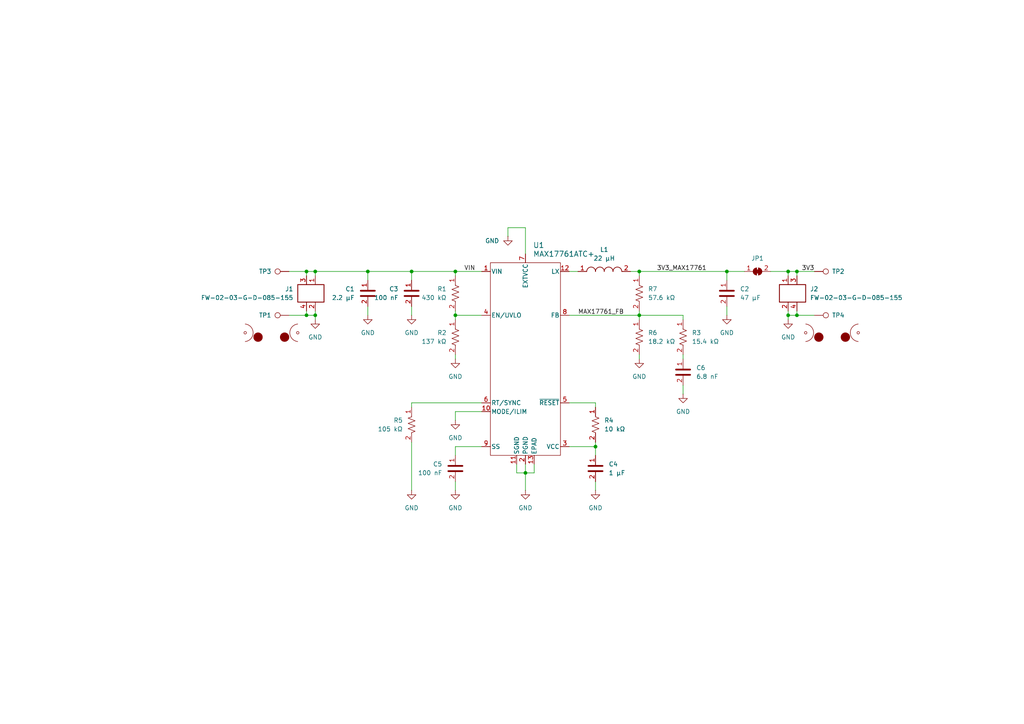
<source format=kicad_sch>
(kicad_sch (version 20231120) (generator "eeschema") (generator_version "8.0")
  (paper "A4")
  (lib_symbols
    (symbol "UNITED_CAPACITORS_DATA_BASE:C_AC0402KRX7R9BB682" (pin_names (offset 0.254))
      (property "Reference" "C" (at 0 5.08 0))
      (property "Value" "6.8 nF" (at 0 -5.08 0))
      (symbol "C_AC0402KRX7R9BB682_0_1"
        (polyline (pts (xy -0.762 -2.032) (xy -0.762 2.032)) (stroke (width 0.508)))
        (polyline (pts (xy 0.762 -2.032) (xy 0.762 2.032)) (stroke (width 0.508)))
      )
      (symbol "C_AC0402KRX7R9BB682_1_1"
        (pin unspecified line (at -3.81 0 0) (length 2.8) (name "") (number "1"))
        (pin unspecified line (at 3.81 0 180) (length 2.8) (name "") (number "2"))
      )
    )
    (symbol "UNITED_CAPACITORS_DATA_BASE:C_C1005X6S1C105K050BC" (pin_names (offset 0.254))
      (property "Reference" "C" (at 0 5.08 0))
      (property "Value" "1 µF" (at 0 -5.08 0))
      (symbol "C_C1005X6S1C105K050BC_0_1"
        (polyline (pts (xy -0.762 -2.032) (xy -0.762 2.032)) (stroke (width 0.508)))
        (polyline (pts (xy 0.762 -2.032) (xy 0.762 2.032)) (stroke (width 0.508)))
      )
      (symbol "C_C1005X6S1C105K050BC_1_1"
        (pin unspecified line (at -3.81 0 0) (length 2.8) (name "") (number "1"))
        (pin unspecified line (at 3.81 0 180) (length 2.8) (name "") (number "2"))
      )
    )
    (symbol "UNITED_CAPACITORS_DATA_BASE:C_GCM155R71H104KE02D" (pin_names (offset 0.254))
      (property "Reference" "C" (at 0 5.08 0))
      (property "Value" "100 nF" (at 0 -5.08 0))
      (symbol "C_GCM155R71H104KE02D_0_1"
        (polyline (pts (xy -0.762 -2.032) (xy -0.762 2.032)) (stroke (width 0.508)))
        (polyline (pts (xy 0.762 -2.032) (xy 0.762 2.032)) (stroke (width 0.508)))
      )
      (symbol "C_GCM155R71H104KE02D_1_1"
        (pin unspecified line (at -3.81 0 0) (length 2.8) (name "") (number "1"))
        (pin unspecified line (at 3.81 0 180) (length 2.8) (name "") (number "2"))
      )
    )
    (symbol "UNITED_CAPACITORS_DATA_BASE:C_GRM32ER71A476KE15L" (pin_names (offset 0.254))
      (property "Reference" "C" (at 0 5.08 0))
      (property "Value" "47 µF" (at 0 -5.08 0))
      (symbol "C_GRM32ER71A476KE15L_0_1"
        (polyline (pts (xy -0.762 -2.032) (xy -0.762 2.032)) (stroke (width 0.508)))
        (polyline (pts (xy 0.762 -2.032) (xy 0.762 2.032)) (stroke (width 0.508)))
      )
      (symbol "C_GRM32ER71A476KE15L_1_1"
        (pin unspecified line (at -3.81 0 0) (length 2.8) (name "") (number "1"))
        (pin unspecified line (at 3.81 0 180) (length 2.8) (name "") (number "2"))
      )
    )
    (symbol "UNITED_CAPACITORS_DATA_BASE:C_KGM31HR71H225KU" (pin_names (offset 0.254))
      (property "Reference" "C" (at 0 5.08 0))
      (property "Value" "2.2 µF" (at 0 -5.08 0))
      (symbol "C_KGM31HR71H225KU_0_1"
        (polyline (pts (xy -0.762 -2.032) (xy -0.762 2.032)) (stroke (width 0.508)))
        (polyline (pts (xy 0.762 -2.032) (xy 0.762 2.032)) (stroke (width 0.508)))
      )
      (symbol "C_KGM31HR71H225KU_1_1"
        (pin unspecified line (at -3.81 0 0) (length 2.8) (name "") (number "1"))
        (pin unspecified line (at 3.81 0 180) (length 2.8) (name "") (number "2"))
      )
    )
    (symbol "UNITED_CONNECTORS_DATA_BASE:J_FW-02-03-G-D-085-155" (pin_names (offset 0.254))
      (property "Reference" "J" (at 5.08 5.08 0))
      (property "Value" "FW-02-03-G-D-085-155" (at 5.08 -5.08 0))
      (symbol "J_FW-02-03-G-D-085-155_0_0"
        (pin unspecified line (at -5.08 1.27 0) (length 2.54) (name "") (number "1"))
        (pin unspecified line (at 5.08 1.27 180) (length 2.54) (name "") (number "2"))
        (pin unspecified line (at -5.08 -1.27 0) (length 2.54) (name "") (number "3"))
        (pin unspecified line (at 5.08 -1.27 180) (length 2.54) (name "") (number "4"))
      )
      (symbol "J_FW-02-03-G-D-085-155_1_0"
        (rectangle (start -2.54 3.81) (end 2.54 -3.81) (stroke (width 0.254)))
      )
    )
    (symbol "UNITED_IC_ADI:U_MAX17761ATC+" (pin_names (offset 0.254))
      (property "Reference" "U" (at 10.16 27.94 0))
      (property "Value" "MAX17761ATC+" (at 10.16 30.48 0))
      (symbol "U_MAX17761ATC+_0_1"
        (pin unspecified line (at -12.7 22.86 0) (length 2.54) (name "VIN") (number "1"))
        (pin unspecified line (at -12.7 -17.78 0) (length 2.54) (name "MODE/ILIM") (number "10"))
        (pin power_out line (at -2.54 -33.02 90) (length 2.54) (name "SGND") (number "11"))
        (pin unspecified line (at 12.7 22.86 180) (length 2.54) (name "LX") (number "12"))
        (pin unspecified line (at 2.54 -33.02 90) (length 2.54) (name "EPAD") (number "13"))
        (pin power_out line (at 0 -33.02 90) (length 2.54) (name "PGND") (number "2"))
        (pin power_in line (at 12.7 -27.94 180) (length 2.54) (name "VCC") (number "3"))
        (pin unspecified line (at -12.7 10.16 0) (length 2.54) (name "EN/UVLO") (number "4"))
        (pin unspecified line (at -12.7 -15.24 0) (length 2.54) (name "RT/SYNC") (number "6"))
        (pin unspecified line (at 0 27.94 270) (length 2.54) (name "EXTVCC") (number "7"))
        (pin unspecified line (at 12.7 10.16 180) (length 2.54) (name "FB") (number "8"))
        (pin unspecified line (at -12.7 -27.94 0) (length 2.54) (name "SS") (number "9"))
      )
      (symbol "U_MAX17761ATC+_1_0"
        (rectangle (start -10.16 25.4) (end 10.16 -30.48))
      )
      (symbol "U_MAX17761ATC+_1_1"
        (pin unspecified line (at 12.7 -15.24 180) (length 2.54) (name "~{RESET}") (number "5"))
      )
    )
    (symbol "UNITED_INDUCTORS_DATA_BASE:L_XAL5050-223ME" (pin_names (offset 0.254))
      (property "Reference" "L" (at 0 2.54 0))
      (property "Value" "22 µH" (at 0 -2.54 0))
      (symbol "L_XAL5050-223ME_1_1"
        (arc (start -2.54 0.0056) (mid -3.81 1.27) (end -5.08 0.0056) (stroke (width 0.2032)))
        (arc (start 0 0.0056) (mid -1.27 1.27) (end -2.54 0.0056) (stroke (width 0.2032)))
        (arc (start 2.54 0.0056) (mid 1.27 1.27) (end 0 0.0056) (stroke (width 0.2032)))
        (arc (start 5.08 0.0056) (mid 3.81 1.27) (end 2.54 0.0056) (stroke (width 0.2032)))
        (pin unspecified line (at -7.62 0 0) (length 2.54) (name "") (number "1"))
        (pin unspecified line (at 7.62 0 180) (length 2.54) (name "") (number "2"))
      )
    )
    (symbol "UNITED_MOUSE_BITES_DATA_BASE:mouse-bite-midle-50mil-200mil" (pin_names (offset 1.016))
      (symbol "mouse-bite-midle-50mil-200mil_1_1"
        (arc (start -7.6237 -2.54) (mid -5.3217 0) (end -7.6237 2.54))
        (circle (center -7.6237 0) (radius 0.3592))
        (circle (center -3.8933 -1.27) (radius 1.27) (fill (type outline)))
        (circle (center 3.81 -1.27) (radius 1.27) (fill (type outline)))
        (circle (center 7.62 0) (radius 0.3592))
        (arc (start 7.62 2.54) (mid 5.318 0) (end 7.62 -2.54))
      )
    )
    (symbol "UNITED_RESISTORS_DATA_BASE:R_CRCW0402105KFKED" (pin_names (offset 0.254))
      (property "Reference" "R" (at 0 2.54 0))
      (property "Value" "105 kΩ" (at 0 -2.54 0))
      (symbol "R_CRCW0402105KFKED_0_1"
        (polyline (pts (xy -2.286 0) (xy -2.54 0)))
        (polyline (pts (xy 2.286 0) (xy 2.54 0)))
        (polyline (pts (xy -2.286 0) (xy -1.905 1.016) (xy -1.524 0) (xy -1.143 -1.016) (xy -0.762 0)))
        (polyline (pts (xy -0.762 0) (xy -0.381 1.016) (xy 0 0) (xy 0.381 -1.016) (xy 0.762 0)))
        (polyline (pts (xy 0.762 0) (xy 1.143 1.016) (xy 1.524 0) (xy 1.905 -1.016) (xy 2.286 0)))
      )
      (symbol "R_CRCW0402105KFKED_1_1"
        (pin unspecified line (at -5.08 0 0) (length 2.54) (name "") (number "1"))
        (pin unspecified line (at 5.08 0 180) (length 2.54) (name "") (number "2"))
      )
    )
    (symbol "UNITED_RESISTORS_DATA_BASE:R_CRCW040257K6FKED" (pin_names (offset 0.254))
      (property "Reference" "R" (at 0 2.54 0))
      (property "Value" "57.6 kΩ" (at 0 -2.54 0))
      (symbol "R_CRCW040257K6FKED_0_1"
        (polyline (pts (xy -2.286 0) (xy -2.54 0)))
        (polyline (pts (xy 2.286 0) (xy 2.54 0)))
        (polyline (pts (xy -2.286 0) (xy -1.905 1.016) (xy -1.524 0) (xy -1.143 -1.016) (xy -0.762 0)))
        (polyline (pts (xy -0.762 0) (xy -0.381 1.016) (xy 0 0) (xy 0.381 -1.016) (xy 0.762 0)))
        (polyline (pts (xy 0.762 0) (xy 1.143 1.016) (xy 1.524 0) (xy 1.905 -1.016) (xy 2.286 0)))
      )
      (symbol "R_CRCW040257K6FKED_1_1"
        (pin unspecified line (at -5.08 0 0) (length 2.54) (name "") (number "1"))
        (pin unspecified line (at 5.08 0 180) (length 2.54) (name "") (number "2"))
      )
    )
    (symbol "UNITED_RESISTORS_DATA_BASE:R_ERJ-2RKF1002X" (pin_names (offset 0.254))
      (property "Reference" "R" (at 0 2.54 0))
      (property "Value" "10 kΩ" (at 0 -2.54 0))
      (symbol "R_ERJ-2RKF1002X_0_1"
        (polyline (pts (xy -2.286 0) (xy -2.54 0)))
        (polyline (pts (xy 2.286 0) (xy 2.54 0)))
        (polyline (pts (xy -2.286 0) (xy -1.905 1.016) (xy -1.524 0) (xy -1.143 -1.016) (xy -0.762 0)))
        (polyline (pts (xy -0.762 0) (xy -0.381 1.016) (xy 0 0) (xy 0.381 -1.016) (xy 0.762 0)))
        (polyline (pts (xy 0.762 0) (xy 1.143 1.016) (xy 1.524 0) (xy 1.905 -1.016) (xy 2.286 0)))
      )
      (symbol "R_ERJ-2RKF1002X_1_1"
        (pin unspecified line (at -5.08 0 0) (length 2.54) (name "") (number "1"))
        (pin unspecified line (at 5.08 0 180) (length 2.54) (name "") (number "2"))
      )
    )
    (symbol "UNITED_RESISTORS_DATA_BASE:R_ERJ-2RKF1373X" (pin_names (offset 0.254))
      (property "Reference" "R" (at 0 2.54 0))
      (property "Value" "137 kΩ" (at 0 -2.54 0))
      (symbol "R_ERJ-2RKF1373X_0_1"
        (polyline (pts (xy -2.286 0) (xy -2.54 0)))
        (polyline (pts (xy 2.286 0) (xy 2.54 0)))
        (polyline (pts (xy -2.286 0) (xy -1.905 1.016) (xy -1.524 0) (xy -1.143 -1.016) (xy -0.762 0)))
        (polyline (pts (xy -0.762 0) (xy -0.381 1.016) (xy 0 0) (xy 0.381 -1.016) (xy 0.762 0)))
        (polyline (pts (xy 0.762 0) (xy 1.143 1.016) (xy 1.524 0) (xy 1.905 -1.016) (xy 2.286 0)))
      )
      (symbol "R_ERJ-2RKF1373X_1_1"
        (pin unspecified line (at -5.08 0 0) (length 2.54) (name "") (number "1"))
        (pin unspecified line (at 5.08 0 180) (length 2.54) (name "") (number "2"))
      )
    )
    (symbol "UNITED_RESISTORS_DATA_BASE:R_ERJ-2RKF1542X" (pin_names (offset 0.254))
      (property "Reference" "R" (at 0 2.54 0))
      (property "Value" "15.4 kΩ" (at 0 -2.54 0))
      (symbol "R_ERJ-2RKF1542X_0_1"
        (polyline (pts (xy -2.286 0) (xy -2.54 0)))
        (polyline (pts (xy 2.286 0) (xy 2.54 0)))
        (polyline (pts (xy -2.286 0) (xy -1.905 1.016) (xy -1.524 0) (xy -1.143 -1.016) (xy -0.762 0)))
        (polyline (pts (xy -0.762 0) (xy -0.381 1.016) (xy 0 0) (xy 0.381 -1.016) (xy 0.762 0)))
        (polyline (pts (xy 0.762 0) (xy 1.143 1.016) (xy 1.524 0) (xy 1.905 -1.016) (xy 2.286 0)))
      )
      (symbol "R_ERJ-2RKF1542X_1_1"
        (pin unspecified line (at -5.08 0 0) (length 2.54) (name "") (number "1"))
        (pin unspecified line (at 5.08 0 180) (length 2.54) (name "") (number "2"))
      )
    )
    (symbol "UNITED_RESISTORS_DATA_BASE:R_ERJ-2RKF1822X" (pin_names (offset 0.254))
      (property "Reference" "R" (at 0 2.54 0))
      (property "Value" "18.2 kΩ" (at 0 -2.54 0))
      (symbol "R_ERJ-2RKF1822X_0_1"
        (polyline (pts (xy -2.286 0) (xy -2.54 0)))
        (polyline (pts (xy 2.286 0) (xy 2.54 0)))
        (polyline (pts (xy -2.286 0) (xy -1.905 1.016) (xy -1.524 0) (xy -1.143 -1.016) (xy -0.762 0)))
        (polyline (pts (xy -0.762 0) (xy -0.381 1.016) (xy 0 0) (xy 0.381 -1.016) (xy 0.762 0)))
        (polyline (pts (xy 0.762 0) (xy 1.143 1.016) (xy 1.524 0) (xy 1.905 -1.016) (xy 2.286 0)))
      )
      (symbol "R_ERJ-2RKF1822X_1_1"
        (pin unspecified line (at -5.08 0 0) (length 2.54) (name "") (number "1"))
        (pin unspecified line (at 5.08 0 180) (length 2.54) (name "") (number "2"))
      )
    )
    (symbol "UNITED_RESISTORS_DATA_BASE:R_ERJ-2RKF4303X" (pin_names (offset 0.254))
      (property "Reference" "R" (at 0 2.54 0))
      (property "Value" "430 kΩ" (at 0 -2.54 0))
      (symbol "R_ERJ-2RKF4303X_0_1"
        (polyline (pts (xy -2.286 0) (xy -2.54 0)))
        (polyline (pts (xy 2.286 0) (xy 2.54 0)))
        (polyline (pts (xy -2.286 0) (xy -1.905 1.016) (xy -1.524 0) (xy -1.143 -1.016) (xy -0.762 0)))
        (polyline (pts (xy -0.762 0) (xy -0.381 1.016) (xy 0 0) (xy 0.381 -1.016) (xy 0.762 0)))
        (polyline (pts (xy 0.762 0) (xy 1.143 1.016) (xy 1.524 0) (xy 1.905 -1.016) (xy 2.286 0)))
      )
      (symbol "R_ERJ-2RKF4303X_1_1"
        (pin unspecified line (at -5.08 0 0) (length 2.54) (name "") (number "1"))
        (pin unspecified line (at 5.08 0 180) (length 2.54) (name "") (number "2"))
      )
    )
    (symbol "UNITED_SOLDER_JUMPERS:SolderJumper_2_Bridged" (pin_names (offset 0) hide)
      (property "Reference" "JP" (at 0 2.54 0))
      (symbol "SolderJumper_2_Bridged_0_1"
        (rectangle (start -0.508 0.508) (end 0.508 -0.508) (fill (type outline)))
        (arc (start -0.254 1.016) (mid -1.2656 0) (end -0.254 -1.016))
        (arc (start -0.254 1.016) (mid -1.2656 0) (end -0.254 -1.016) (fill (type outline)))
        (polyline (pts (xy -0.254 1.016) (xy -0.254 -1.016)))
        (polyline (pts (xy 0.254 1.016) (xy 0.254 -1.016)))
        (arc (start 0.254 -1.016) (mid 1.2656 0) (end 0.254 1.016))
        (arc (start 0.254 -1.016) (mid 1.2656 0) (end 0.254 1.016) (fill (type outline)))
      )
      (symbol "SolderJumper_2_Bridged_1_1"
        (pin passive line (at -3.81 0 0) (length 2.54) (name "") (number "1"))
        (pin passive line (at 3.81 0 180) (length 2.54) (name "") (number "2"))
      )
    )
    (symbol "UNITED_TEST_POINTS:TestPoint_Castelated" (pin_numbers hide) (pin_names (offset 0.762) hide)
      (property "Reference" "TP" (at 0 5.08 0))
      (symbol "TestPoint_Castelated_0_1"
        (circle (center 0 3.302) (radius 0.762))
      )
      (symbol "TestPoint_Castelated_1_1"
        (pin passive line (at 0 0 90) (length 2.54) (name "1") (number "1"))
      )
    )
    (symbol "power:GND" (power) (pin_numbers hide) (pin_names (offset 0) hide)
      (property "Value" "GND" (at 0 -3.81 0))
      (symbol "GND_0_1"
        (polyline (pts (xy 0 0) (xy 0 -1.27) (xy 1.27 -1.27) (xy 0 -2.54) (xy -1.27 -1.27) (xy 0 -1.27)))
      )
      (symbol "GND_1_1"
        (pin power_in line (at 0 0 270) (length 0) (name "~") (number "1"))
      )
    )
  )
  (junction (at 228.6 91.44))
  (junction (at 91.44 91.44))
  (junction (at 185.42 78.74))
  (junction (at 88.9 78.74))
  (junction (at 132.08 78.74))
  (junction (at 152.4 137.16))
  (junction (at 231.14 78.74))
  (junction (at 231.14 91.44))
  (junction (at 119.38 78.74))
  (junction (at 185.42 91.44))
  (junction (at 228.6 78.74))
  (junction (at 88.9 91.44))
  (junction (at 91.44 78.74))
  (junction (at 210.82 78.74))
  (junction (at 132.08 91.44))
  (junction (at 172.72 129.54))
  (junction (at 106.68 78.74))
  (wire (pts (xy 154.94 134.62) (xy 154.94 137.16)))
  (wire (pts (xy 132.08 129.54) (xy 139.7 129.54)))
  (wire (pts (xy 119.38 118.11) (xy 119.38 116.84)))
  (wire (pts (xy 119.38 78.74) (xy 132.08 78.74)))
  (wire (pts (xy 182.88 78.74) (xy 185.42 78.74)))
  (wire (pts (xy 198.12 111.76) (xy 198.12 114.3)))
  (wire (pts (xy 132.08 119.38) (xy 132.08 121.92)))
  (wire (pts (xy 210.82 78.74) (xy 215.9 78.74)))
  (wire (pts (xy 147.32 68.58) (xy 147.32 66.04)))
  (wire (pts (xy 106.68 78.74) (xy 119.38 78.74)))
  (wire (pts (xy 185.42 92.71) (xy 185.42 91.44)))
  (wire (pts (xy 228.6 90.17) (xy 228.6 91.44)))
  (wire (pts (xy 172.72 132.08) (xy 172.72 129.54)))
  (wire (pts (xy 152.4 134.62) (xy 152.4 137.16)))
  (wire (pts (xy 172.72 128.27) (xy 172.72 129.54)))
  (wire (pts (xy 185.42 91.44) (xy 198.12 91.44)))
  (wire (pts (xy 172.72 129.54) (xy 165.1 129.54)))
  (wire (pts (xy 119.38 88.9) (xy 119.38 91.44)))
  (wire (pts (xy 228.6 78.74) (xy 231.14 78.74)))
  (wire (pts (xy 172.72 116.84) (xy 165.1 116.84)))
  (wire (pts (xy 88.9 78.74) (xy 83.82 78.74)))
  (wire (pts (xy 185.42 102.87) (xy 185.42 104.14)))
  (wire (pts (xy 172.72 118.11) (xy 172.72 116.84)))
  (wire (pts (xy 132.08 90.17) (xy 132.08 91.44)))
  (wire (pts (xy 228.6 91.44) (xy 231.14 91.44)))
  (wire (pts (xy 119.38 78.74) (xy 119.38 81.28)))
  (wire (pts (xy 185.42 91.44) (xy 165.1 91.44)))
  (wire (pts (xy 165.1 78.74) (xy 167.64 78.74)))
  (wire (pts (xy 185.42 90.17) (xy 185.42 91.44)))
  (wire (pts (xy 132.08 129.54) (xy 132.08 132.08)))
  (wire (pts (xy 185.42 78.74) (xy 210.82 78.74)))
  (wire (pts (xy 119.38 128.27) (xy 119.38 142.24)))
  (wire (pts (xy 147.32 66.04) (xy 152.4 66.04)))
  (wire (pts (xy 149.86 134.62) (xy 149.86 137.16)))
  (wire (pts (xy 231.14 91.44) (xy 236.22 91.44)))
  (wire (pts (xy 152.4 137.16) (xy 152.4 142.24)))
  (wire (pts (xy 231.14 78.74) (xy 236.22 78.74)))
  (wire (pts (xy 210.82 88.9) (xy 210.82 91.44)))
  (wire (pts (xy 198.12 102.87) (xy 198.12 104.14)))
  (wire (pts (xy 223.52 78.74) (xy 228.6 78.74)))
  (wire (pts (xy 185.42 80.01) (xy 185.42 78.74)))
  (wire (pts (xy 132.08 78.74) (xy 132.08 80.01)))
  (wire (pts (xy 149.86 137.16) (xy 152.4 137.16)))
  (wire (pts (xy 152.4 137.16) (xy 154.94 137.16)))
  (wire (pts (xy 91.44 91.44) (xy 88.9 91.44)))
  (wire (pts (xy 88.9 91.44) (xy 88.9 90.17)))
  (wire (pts (xy 198.12 91.44) (xy 198.12 92.71)))
  (wire (pts (xy 91.44 92.71) (xy 91.44 91.44)))
  (wire (pts (xy 91.44 78.74) (xy 88.9 78.74)))
  (wire (pts (xy 91.44 90.17) (xy 91.44 91.44)))
  (wire (pts (xy 132.08 119.38) (xy 139.7 119.38)))
  (wire (pts (xy 132.08 91.44) (xy 139.7 91.44)))
  (wire (pts (xy 119.38 116.84) (xy 139.7 116.84)))
  (wire (pts (xy 152.4 66.04) (xy 152.4 73.66)))
  (wire (pts (xy 172.72 142.24) (xy 172.72 139.7)))
  (wire (pts (xy 132.08 78.74) (xy 139.7 78.74)))
  (wire (pts (xy 132.08 102.87) (xy 132.08 104.14)))
  (wire (pts (xy 231.14 91.44) (xy 231.14 90.17)))
  (wire (pts (xy 210.82 78.74) (xy 210.82 81.28)))
  (wire (pts (xy 106.68 88.9) (xy 106.68 91.44)))
  (wire (pts (xy 132.08 92.71) (xy 132.08 91.44)))
  (wire (pts (xy 88.9 78.74) (xy 88.9 80.01)))
  (wire (pts (xy 91.44 78.74) (xy 91.44 80.01)))
  (wire (pts (xy 231.14 78.74) (xy 231.14 80.01)))
  (wire (pts (xy 88.9 91.44) (xy 83.82 91.44)))
  (wire (pts (xy 228.6 78.74) (xy 228.6 80.01)))
  (wire (pts (xy 228.6 92.71) (xy 228.6 91.44)))
  (wire (pts (xy 91.44 78.74) (xy 106.68 78.74)))
  (wire (pts (xy 132.08 139.7) (xy 132.08 142.24)))
  (wire (pts (xy 106.68 78.74) (xy 106.68 81.28)))
  (label "3V3_MAX17761" (at 190.5 78.74 0))
  (label "MAX17761_FB" (at 167.64 91.44 0))
  (label "VIN" (at 134.62 78.74 0))
  (label "3V3" (at 236.22 78.74 180))
  (symbol (lib_id "power:GND") (at 132.08 121.92 0) (unit 1)
    (property "Reference" "#PWR5" (effects (hide yes)))
    (property "Value" "GND" (at 132.08 127 0))
    (property "Description" "Power symbol creates a global label with name \"GND\" , ground" (effects (hide yes)))
  )
  (symbol (lib_id "power:GND") (at 91.44 92.71 0) (mirror y) (unit 1)
    (property "Reference" "#PWR15" (effects (hide yes)))
    (property "Value" "GND" (at 91.44 97.79 0))
    (property "Description" "Power symbol creates a global label with name \"GND\" , ground" (effects (hide yes)))
  )
  (symbol (lib_id "power:GND") (at 119.38 142.24 0) (unit 1)
    (property "Reference" "#PWR3" (effects (hide yes)))
    (property "Value" "GND" (at 119.38 147.32 0))
    (property "Description" "Power symbol creates a global label with name \"GND\" , ground" (effects (hide yes)))
  )
  (symbol (lib_id "UNITED_CAPACITORS_DATA_BASE:C_KGM31HR71H225KU") (at 106.68 85.09 270) (unit 1)
    (property "Reference" "C1" (at 102.87 83.8199 90) (effects (justify right)))
    (property "Value" "2.2 µF" (at 102.87 86.3599 90) (effects (justify right)))
    (property "Footprint" "capacitor_footprints:C_1206_3216Metric" (effects (hide yes)))
    (property "Datasheet" "https://datasheets.kyocera-avx.com/KGM_X7R.pdfKGM31HR71H225KU" (effects (hide yes)))
    (property "Description" "CAP SMD 2.2 µF X7R 10% 1206 50V" (effects (hide yes)))
    (property "MPN" "KGM31HR71H225KU" (effects (hide yes)))
    (property "Voltage Rating DC" "50 VDC " (effects (hide yes)))
    (property "Tolerance" "10%" (effects (hide yes)))
    (property "Symbol Name" "C_KGM31HR71H225KU" (effects (hide yes)))
    (property "Manufacturer" "KYOCERA AVX" (effects (hide yes)))
    (property "3dviewer Link" "https://3dviewer.net/index.html#model=https://github.com/ionutms/KiCAD_Symbols_Generator/blob/main/3D_models/C_1206.step" (effects (hide yes)))
    (property "Capacitor Type" "Ceramic" (effects (hide yes)))
    (property "Case Code - in" "1206" (effects (hide yes)))
    (property "Case Code - mm" "3216" (effects (hide yes)))
    (property "Dielectric" "X7R" (effects (hide yes)))
    (property "Series" "KGM31HR71H" (effects (hide yes)))
    (property "Trustedparts Search" "https://www.trustedparts.com/en/search/KGM31HR71H225KU" (effects (hide yes)))
    (property "Voltage Rating" "50V" (effects (hide yes)))
  )
  (symbol (lib_id "UNITED_RESISTORS_DATA_BASE:R_CRCW040257K6FKED") (at 185.42 85.09 270) (unit 1)
    (property "Reference" "R7" (at 187.96 83.8199 90) (effects (justify left)))
    (property "Value" "57.6 kΩ" (at 187.96 86.3599 90) (effects (justify left)))
    (property "Footprint" "resistor_footprints:R_0402_1005Metric" (effects (hide yes)))
    (property "Datasheet" "https://www.vishay.com/docs/20035/dcrcwe3.pdf" (effects (hide yes)))
    (property "Description" "RES SMD 57.6 kΩ 1% 0402 50V" (effects (hide yes)))
    (property "MPN" "CRCW040257K6FKED" (effects (hide yes)))
    (property "Voltage Rating" "50V" (effects (hide yes)))
    (property "Manufacturer" "Vishay" (effects (hide yes)))
    (property "Tolerance" "1%" (effects (hide yes)))
    (property "Symbol Name" "R_CRCW040257K6FKED" (effects (hide yes)))
    (property "3dviewer Link" "https://3dviewer.net/index.html#model=https://github.com/ionutms/KiCAD_Symbols_Generator/blob/main/3D_models/R_0402.step" (effects (hide yes)))
    (property "Case Code - in" "0402" (effects (hide yes)))
    (property "Case Code - mm" "1005" (effects (hide yes)))
    (property "Component Type" "Resistor" (effects (hide yes)))
    (property "Series" "CRCW0402" (effects (hide yes)))
    (property "Temperature Coefficient" "100 ppm/°C" (effects (hide yes)))
    (property "Trustedparts Search" "https://www.trustedparts.com/en/search/CRCW040257K6FKED" (effects (hide yes)))
  )
  (symbol (lib_id "power:GND") (at 132.08 142.24 0) (unit 1)
    (property "Reference" "#PWR6" (effects (hide yes)))
    (property "Value" "GND" (at 132.08 147.32 0))
    (property "Description" "Power symbol creates a global label with name \"GND\" , ground" (effects (hide yes)))
  )
  (symbol (lib_id "UNITED_RESISTORS_DATA_BASE:R_ERJ-2RKF1002X") (at 172.72 123.19 270) (unit 1)
    (property "Reference" "R4" (at 175.26 121.9199 90) (effects (justify left)))
    (property "Value" "10 kΩ" (at 175.26 124.4599 90) (effects (justify left)))
    (property "Footprint" "resistor_footprints:R_0402_1005Metric" (effects (hide yes)))
    (property "Datasheet" "https://industrial.panasonic.com/cdbs/www-data/pdf/RDA0000/AOA0000C304.pdf" (effects (hide yes)))
    (property "Description" "RES SMD 10 kΩ 1% 0402 50V" (effects (hide yes)))
    (property "MPN" "ERJ-2RKF1002X" (effects (hide yes)))
    (property "Voltage Rating" "50V" (effects (hide yes)))
    (property "Manufacturer" "Panasonic" (effects (hide yes)))
    (property "Tolerance" "1%" (effects (hide yes)))
    (property "Symbol Name" "R_ERJ-2RKF1002X" (effects (hide yes)))
    (property "Case Code - in" "0402" (effects (hide yes)))
    (property "Case Code - mm" "1005" (effects (hide yes)))
    (property "Series" "ERJ-2RKF" (effects (hide yes)))
    (property "Temperature Coefficient" "100 ppm/°C" (effects (hide yes)))
    (property "Trustedparts Search" "https://www.trustedparts.com/en/search/ERJ-2RKF1002X" (effects (hide yes)))
    (property "3dviewer Link" "https://3dviewer.net/index.html#model=https://github.com/ionutms/KiCAD_Symbols_Generator/blob/main/3D_models/R_0402.step" (effects (hide yes)))
    (property "Component Type" "Resistor" (effects (hide yes)))
  )
  (symbol (lib_id "UNITED_RESISTORS_DATA_BASE:R_ERJ-2RKF1542X") (at 198.12 97.79 270) (unit 1)
    (property "Reference" "R3" (at 200.66 96.5199 90) (effects (justify left)))
    (property "Value" "15.4 kΩ" (at 200.66 99.0599 90) (effects (justify left)))
    (property "Footprint" "resistor_footprints:R_0402_1005Metric" (effects (hide yes)))
    (property "Datasheet" "https://industrial.panasonic.com/cdbs/www-data/pdf/RDA0000/AOA0000C304.pdf" (effects (hide yes)))
    (property "Description" "RES SMD 15.4 kΩ 1% 0402 50V" (effects (hide yes)))
    (property "MPN" "ERJ-2RKF1542X" (effects (hide yes)))
    (property "Voltage Rating" "50V" (effects (hide yes)))
    (property "Manufacturer" "Panasonic" (effects (hide yes)))
    (property "Tolerance" "1%" (effects (hide yes)))
    (property "Symbol Name" "R_ERJ-2RKF1542X" (effects (hide yes)))
    (property "3dviewer Link" "https://3dviewer.net/index.html#model=https://github.com/ionutms/KiCAD_Symbols_Generator/blob/main/3D_models/R_0402.step" (effects (hide yes)))
    (property "Case Code - in" "0402" (effects (hide yes)))
    (property "Case Code - mm" "1005" (effects (hide yes)))
    (property "Component Type" "Resistor" (effects (hide yes)))
    (property "Series" "ERJ-2RKF" (effects (hide yes)))
    (property "Temperature Coefficient" "100 ppm/°C" (effects (hide yes)))
    (property "Trustedparts Search" "https://www.trustedparts.com/en/search/ERJ-2RKF1542X" (effects (hide yes)))
  )
  (symbol (lib_id "UNITED_CAPACITORS_DATA_BASE:C_C1005X6S1C105K050BC") (at 172.72 135.89 270) (unit 1)
    (property "Reference" "C4" (at 176.53 134.6199 90) (effects (justify left)))
    (property "Value" "1 µF" (at 176.53 137.1599 90) (effects (justify left)))
    (property "Footprint" "capacitor_footprints:C_0402_1005Metric" (effects (hide yes)))
    (property "Datasheet" "https://product.tdk.com/en/search/capacitor/ceramic/mlcc/info?part_no=C1005X6S1C105K050BC" (effects (hide yes)))
    (property "Description" "CAP SMD 1 µF X7S 10% 0402 16V" (effects (hide yes)))
    (property "MPN" "C1005X6S1C105K050BC" (effects (hide yes)))
    (property "Voltage Rating DC" "16 VDC " (effects (hide yes)))
    (property "Tolerance" "10%" (effects (hide yes)))
    (property "Symbol Name" "C_C1005X6S1C105K050BC" (effects (hide yes)))
    (property "Manufacturer" "TDK" (effects (hide yes)))
    (property "3dviewer Link" "https://3dviewer.net/index.html#model=https://github.com/ionutms/KiCAD_Symbols_Generator/blob/main/3D_models/C_0402.step" (effects (hide yes)))
    (property "Capacitor Type" "Ceramic" (effects (hide yes)))
    (property "Case Code - in" "0402" (effects (hide yes)))
    (property "Case Code - mm" "1005" (effects (hide yes)))
    (property "Dielectric" "X7S" (effects (hide yes)))
    (property "Series" "C1005X6S1C" (effects (hide yes)))
    (property "Trustedparts Search" "https://www.trustedparts.com/en/search/C1005X6S1C105K050BC" (effects (hide yes)))
    (property "Voltage Rating" "16V" (effects (hide yes)))
  )
  (symbol (lib_id "UNITED_SOLDER_JUMPERS:SolderJumper_2_Bridged") (at 219.71 78.74 0) (unit 1)
    (property "Reference" "JP1" (at 219.71 74.93 0))
    (property "Value" "SolderJumper_2_Bridged" (effects (hide yes)))
    (property "Footprint" "solder_jumper_footprints:SolderJumper-2_P1.3mm_Bridged_RoundedPad1.0x1.5mm" (effects (hide yes)))
    (property "Description" "Solder Jumper, 2-pole, closed/bridged" (effects (hide yes)))
  )
  (symbol (lib_id "UNITED_CAPACITORS_DATA_BASE:C_GCM155R71H104KE02D") (at 119.38 85.09 270) (unit 1)
    (property "Reference" "C3" (at 115.57 83.8199 90) (effects (justify right)))
    (property "Value" "100 nF" (at 115.57 86.3599 90) (effects (justify right)))
    (property "Footprint" "capacitor_footprints:C_0402_1005Metric" (effects (hide yes)))
    (property "Datasheet" "https://search.murata.co.jp/Ceramy/image/img/A01X/G101/ENG/GCM155R71H104KE02-01.pdf" (effects (hide yes)))
    (property "Description" "CAP SMD 100 nF X7R 10% 0402 50V" (effects (hide yes)))
    (property "MPN" "GCM155R71H104KE02D" (effects (hide yes)))
    (property "Voltage Rating DC" "50 VDC " (effects (hide yes)))
    (property "Tolerance" "10%" (effects (hide yes)))
    (property "Symbol Name" "C_GCM155R71H104KE02D" (effects (hide yes)))
    (property "Manufacturer" "Murata Electronics" (effects (hide yes)))
    (property "Case Code - in" "0402" (effects (hide yes)))
    (property "Case Code - mm" "1005" (effects (hide yes)))
    (property "Dielectric" "X7R" (effects (hide yes)))
    (property "Series" "GCM155R71H" (effects (hide yes)))
    (property "Trustedparts Search" "https://www.trustedparts.com/en/search/GCM155R71H104KE02D" (effects (hide yes)))
    (property "Voltage Rating" "50V" (effects (hide yes)))
    (property "3dviewer Link" "https://3dviewer.net/index.html#model=https://github.com/ionutms/KiCAD_Symbols_Generator/blob/main/3D_models/C_0402.step" (effects (hide yes)))
    (property "Capacitor Type" "Ceramic" (effects (hide yes)))
  )
  (symbol (lib_id "power:GND") (at 185.42 104.14 0) (unit 1)
    (property "Reference" "#PWR10" (effects (hide yes)))
    (property "Value" "GND" (at 185.42 109.22 0))
    (property "Description" "Power symbol creates a global label with name \"GND\" , ground" (effects (hide yes)))
  )
  (symbol (lib_id "UNITED_RESISTORS_DATA_BASE:R_ERJ-2RKF1822X") (at 185.42 97.79 270) (unit 1)
    (property "Reference" "R6" (at 187.96 96.5199 90) (effects (justify left)))
    (property "Value" "18.2 kΩ" (at 187.96 99.0599 90) (effects (justify left)))
    (property "Footprint" "resistor_footprints:R_0402_1005Metric" (effects (hide yes)))
    (property "Datasheet" "https://industrial.panasonic.com/cdbs/www-data/pdf/RDA0000/AOA0000C304.pdf" (effects (hide yes)))
    (property "Description" "RES SMD 18.2 kΩ 1% 0402 50V" (effects (hide yes)))
    (property "MPN" "ERJ-2RKF1822X" (effects (hide yes)))
    (property "Voltage Rating" "50V" (effects (hide yes)))
    (property "Manufacturer" "Panasonic" (effects (hide yes)))
    (property "Tolerance" "1%" (effects (hide yes)))
    (property "Symbol Name" "R_ERJ-2RKF1822X" (effects (hide yes)))
    (property "3dviewer Link" "https://3dviewer.net/index.html#model=https://github.com/ionutms/KiCAD_Symbols_Generator/blob/main/3D_models/R_0402.step" (effects (hide yes)))
    (property "Case Code - in" "0402" (effects (hide yes)))
    (property "Case Code - mm" "1005" (effects (hide yes)))
    (property "Component Type" "Resistor" (effects (hide yes)))
    (property "Series" "ERJ-2RKF" (effects (hide yes)))
    (property "Temperature Coefficient" "100 ppm/°C" (effects (hide yes)))
    (property "Trustedparts Search" "https://www.trustedparts.com/en/search/ERJ-2RKF1822X" (effects (hide yes)))
  )
  (symbol (lib_id "power:GND") (at 119.38 91.44 0) (unit 1)
    (property "Reference" "#PWR2" (effects (hide yes)))
    (property "Value" "GND" (at 119.38 96.52 0))
    (property "Description" "Power symbol creates a global label with name \"GND\" , ground" (effects (hide yes)))
  )
  (symbol (lib_id "UNITED_CONNECTORS_DATA_BASE:J_FW-02-03-G-D-085-155") (at 90.17 85.09 270) (unit 1)
    (property "Reference" "J1" (at 85.09 83.8199 90) (effects (justify right)))
    (property "Value" "FW-02-03-G-D-085-155" (at 85.09 86.3599 90) (effects (justify right)))
    (property "Footprint" "connector_footprints:FW-02-03-G-D-085-155" (effects (hide yes)))
    (property "Datasheet" "https://suddendocs.samtec.com/catalog_english/fw_sm.pdf?_gl=1*1xtxv9c*_gcl_au*MTM0MTYyNTQ5MS4xNzM2MDk5MTUz*_ga*MTYxNDYyMTQ0Mi4xNzM2MDk5MTUz*_ga_3KFNZC07WW*MTczODE2NTI0NS4zMi4xLjE3MzgxNjU1NjMuNjAuMC4w" (effects (hide yes)))
    (property "Description" "Samtec FW-xx-03-G-D-085-155 series,  2 positions connector,  1.27 mm pitch,  Black,  Vertical mounting,  5.2 A,  300 V,  Surface Mount,  Gold plated" (effects (hide yes)))
    (property "Color" "Black" (effects (hide yes)))
    (property "Contact Plating" "Gold" (effects (hide yes)))
    (property "Current Rating (A)" "5.2" (effects (hide yes)))
    (property "MPN" "FW-02-03-G-D-085-155" (effects (hide yes)))
    (property "Manufacturer" "Samtec" (effects (hide yes)))
    (property "Mounting Angle" "Vertical" (effects (hide yes)))
    (property "Mounting Style" "Surface Mount" (effects (hide yes)))
    (property "Number of Rows" "2" (effects (hide yes)))
    (property "Pin Count" "2" (effects (hide yes)))
    (property "Pitch (mm)" "1.27" (effects (hide yes)))
    (property "Series" "FW-xx-03-G-D-085-155" (effects (hide yes)))
    (property "Symbol Name" "J_FW-02-03-G-D-085-155" (effects (hide yes)))
    (property "Trustedparts Search" "https://www.trustedparts.com/en/search/FW-02-03-G-D-085-155" (effects (hide yes)))
    (property "Voltage Rating (V)" "300" (effects (hide yes)))
  )
  (symbol (lib_id "UNITED_MOUSE_BITES_DATA_BASE:mouse-bite-midle-50mil-200mil") (at 241.3 96.52 0) (mirror y) (unit 1)
    (property "Reference" "MB2" (effects (hide yes)))
    (property "Value" "mouse-bite-midle-50mil-200mil" (effects (hide yes)))
    (property "Footprint" "mouse_bite_footprints:mouse-bite-midle-50mil-200mil" (effects (hide yes)))
  )
  (symbol (lib_id "UNITED_TEST_POINTS:TestPoint_Castelated") (at 83.82 78.74 90) (mirror x) (unit 1)
    (property "Reference" "TP3" (at 78.74 78.7399 90) (effects (justify left)))
    (property "Value" "TestPoint" (effects (hide yes)))
    (property "Footprint" "test_point_footprints:TestPoint_THTPad_Castelated" (effects (hide yes)))
    (property "Description" "test point" (effects (hide yes)))
  )
  (symbol (lib_id "UNITED_CAPACITORS_DATA_BASE:C_AC0402KRX7R9BB682") (at 198.12 107.95 270) (unit 1)
    (property "Reference" "C6" (at 201.93 106.6799 90) (effects (justify left)))
    (property "Value" "6.8 nF" (at 201.93 109.2199 90) (effects (justify left)))
    (property "Footprint" "capacitor_footprints:C_0402_1005Metric" (effects (hide yes)))
    (property "Datasheet" "https://www.yageo.com/en/Chart/Download/pdf/AC0402KRX7R9BB682" (effects (hide yes)))
    (property "Description" "CAP SMD 6.8 nF X7R 10% 0402 50V" (effects (hide yes)))
    (property "MPN" "AC0402KRX7R9BB682" (effects (hide yes)))
    (property "Voltage Rating DC" "50 VDC " (effects (hide yes)))
    (property "Tolerance" "10%" (effects (hide yes)))
    (property "Symbol Name" "C_AC0402KRX7R9BB682" (effects (hide yes)))
    (property "Manufacturer" "YAGEO" (effects (hide yes)))
    (property "3dviewer Link" "https://3dviewer.net/index.html#model=https://github.com/ionutms/KiCAD_Symbols_Generator/blob/main/3D_models/C_0402.step" (effects (hide yes)))
    (property "Capacitor Type" "Ceramic" (effects (hide yes)))
    (property "Case Code - in" "0402" (effects (hide yes)))
    (property "Case Code - mm" "1005" (effects (hide yes)))
    (property "Dielectric" "X7R" (effects (hide yes)))
    (property "Series" "AC0402KRX7R9BB" (effects (hide yes)))
    (property "Trustedparts Search" "https://www.trustedparts.com/en/search/AC0402KRX7R9BB682" (effects (hide yes)))
    (property "Voltage Rating" "50V" (effects (hide yes)))
  )
  (symbol (lib_id "power:GND") (at 132.08 104.14 0) (unit 1)
    (property "Reference" "#PWR4" (effects (hide yes)))
    (property "Value" "GND" (at 132.08 109.22 0))
    (property "Description" "Power symbol creates a global label with name \"GND\" , ground" (effects (hide yes)))
  )
  (symbol (lib_id "power:GND") (at 106.68 91.44 0) (unit 1)
    (property "Reference" "#PWR1" (effects (hide yes)))
    (property "Value" "GND" (at 106.68 96.52 0))
    (property "Description" "Power symbol creates a global label with name \"GND\" , ground" (effects (hide yes)))
  )
  (symbol (lib_id "UNITED_CAPACITORS_DATA_BASE:C_GRM32ER71A476KE15L") (at 210.82 85.09 270) (unit 1)
    (property "Reference" "C2" (at 214.63 83.8199 90) (effects (justify left)))
    (property "Value" "47 µF" (at 214.63 86.3599 90) (effects (justify left)))
    (property "Footprint" "capacitor_footprints:C_1210_200_3225Metric" (effects (hide yes)))
    (property "Datasheet" "https://search.murata.co.jp/Ceramy/image/img/A01X/G101/ENG/GRM32ER71A476KE15-01.pdf" (effects (hide yes)))
    (property "Description" "CAP SMD 47 µF X7R 10% 1210_200 10V" (effects (hide yes)))
    (property "MPN" "GRM32ER71A476KE15L" (effects (hide yes)))
    (property "Voltage Rating DC" "10 VDC" (effects (hide yes)))
    (property "Tolerance" "10%" (effects (hide yes)))
    (property "Symbol Name" "C_GRM32ER71A476KE15L" (effects (hide yes)))
    (property "Manufacturer" "Murata Electronics" (effects (hide yes)))
    (property "3dviewer Link" "https://3dviewer.net/index.html#model=https://github.com/ionutms/KiCAD_Symbols_Generator/blob/main/3D_models/C_1210.step" (effects (hide yes)))
    (property "Capacitor Type" "Ceramic" (effects (hide yes)))
    (property "Case Code - in" "1210_200" (effects (hide yes)))
    (property "Case Code - mm" "3225" (effects (hide yes)))
    (property "Dielectric" "X7R" (effects (hide yes)))
    (property "Series" "GRM32ER71A" (effects (hide yes)))
    (property "Trustedparts Search" "https://www.trustedparts.com/en/search/GRM32ER71A476KE15L" (effects (hide yes)))
    (property "Voltage Rating" "10V" (effects (hide yes)))
  )
  (symbol (lib_id "power:GND") (at 152.4 142.24 0) (unit 1)
    (property "Reference" "#PWR8" (effects (hide yes)))
    (property "Value" "GND" (at 152.4 147.32 0))
    (property "Description" "Power symbol creates a global label with name \"GND\" , ground" (effects (hide yes)))
  )
  (symbol (lib_id "UNITED_RESISTORS_DATA_BASE:R_ERJ-2RKF1373X") (at 132.08 97.79 270) (unit 1)
    (property "Reference" "R2" (at 129.54 96.5199 90) (effects (justify right)))
    (property "Value" "137 kΩ" (at 129.54 99.0599 90) (effects (justify right)))
    (property "Footprint" "resistor_footprints:R_0402_1005Metric" (effects (hide yes)))
    (property "Datasheet" "https://industrial.panasonic.com/cdbs/www-data/pdf/RDA0000/AOA0000C304.pdf" (effects (hide yes)))
    (property "Description" "RES SMD 137 kΩ 1% 0402 50V" (effects (hide yes)))
    (property "MPN" "ERJ-2RKF1373X" (effects (hide yes)))
    (property "Voltage Rating" "50V" (effects (hide yes)))
    (property "Manufacturer" "Panasonic" (effects (hide yes)))
    (property "Tolerance" "1%" (effects (hide yes)))
    (property "Symbol Name" "R_ERJ-2RKF1373X" (effects (hide yes)))
    (property "3dviewer Link" "https://3dviewer.net/index.html#model=https://github.com/ionutms/KiCAD_Symbols_Generator/blob/main/3D_models/R_0402.step" (effects (hide yes)))
    (property "Case Code - in" "0402" (effects (hide yes)))
    (property "Case Code - mm" "1005" (effects (hide yes)))
    (property "Component Type" "Resistor" (effects (hide yes)))
    (property "Series" "ERJ-2RKF" (effects (hide yes)))
    (property "Temperature Coefficient" "100 ppm/°C" (effects (hide yes)))
    (property "Trustedparts Search" "https://www.trustedparts.com/en/search/ERJ-2RKF1373X" (effects (hide yes)))
  )
  (symbol (lib_id "power:GND") (at 210.82 91.44 0) (unit 1)
    (property "Reference" "#PWR12" (effects (hide yes)))
    (property "Value" "GND" (at 210.82 96.52 0))
    (property "Description" "Power symbol creates a global label with name \"GND\" , ground" (effects (hide yes)))
  )
  (symbol (lib_id "UNITED_IC_ADI:U_MAX17761ATC+") (at 152.4 101.6 0) (unit 1)
    (property "Reference" "U1" (at 154.5941 71.12 0) (effects (font (size 1.524 1.524)) (justify left)))
    (property "Value" "MAX17761ATC+" (at 154.5941 73.66 0) (effects (font (size 1.524 1.524)) (justify left)))
    (property "Footprint" "analog_devices_footprints:21-0664_TD1233&plus_1C_MXM" (effects (hide yes)))
    (property "Datasheet" "https://www.analog.com/media/en/technical-documentation/data-sheets/MAX17761.pdf" (effects (hide yes)))
    (property "Description" "4.5V to 76V, 1A, High-Efficiency, Synchronous Step-Down DC-DC Converter" (effects (hide yes)))
    (property "MPN" "MAX17761ATC+" (effects (hide yes)))
  )
  (symbol (lib_id "power:GND") (at 228.6 92.71 0) (unit 1)
    (property "Reference" "#PWR13" (effects (hide yes)))
    (property "Value" "GND" (at 228.6 97.79 0))
    (property "Description" "Power symbol creates a global label with name \"GND\" , ground" (effects (hide yes)))
  )
  (symbol (lib_id "UNITED_RESISTORS_DATA_BASE:R_CRCW0402105KFKED") (at 119.38 123.19 90) (mirror x) (unit 1)
    (property "Reference" "R5" (at 116.84 121.9199 90) (effects (justify left)))
    (property "Value" "105 kΩ" (at 116.84 124.4599 90) (effects (justify left)))
    (property "Footprint" "resistor_footprints:R_0402_1005Metric" (effects (hide yes)))
    (property "Datasheet" "https://www.vishay.com/docs/20035/dcrcwe3.pdf" (effects (hide yes)))
    (property "Description" "RES SMD 105 kΩ 1% 0402 50V" (effects (hide yes)))
    (property "MPN" "CRCW0402105KFKED" (effects (hide yes)))
    (property "Voltage Rating" "50V" (effects (hide yes)))
    (property "Manufacturer" "Vishay" (effects (hide yes)))
    (property "Tolerance" "1%" (effects (hide yes)))
    (property "Symbol Name" "R_CRCW0402105KFKED" (effects (hide yes)))
    (property "3dviewer Link" "https://3dviewer.net/index.html#model=https://github.com/ionutms/KiCAD_Symbols_Generator/blob/main/3D_models/R_0402.step" (effects (hide yes)))
    (property "Case Code - in" "0402" (effects (hide yes)))
    (property "Case Code - mm" "1005" (effects (hide yes)))
    (property "Component Type" "Resistor" (effects (hide yes)))
    (property "Series" "CRCW0402" (effects (hide yes)))
    (property "Temperature Coefficient" "100 ppm/°C" (effects (hide yes)))
    (property "Trustedparts Search" "https://www.trustedparts.com/en/search/CRCW0402105KFKED" (effects (hide yes)))
  )
  (symbol (lib_id "UNITED_CONNECTORS_DATA_BASE:J_FW-02-03-G-D-085-155") (at 229.87 85.09 90) (mirror x) (unit 1)
    (property "Reference" "J2" (at 234.95 83.8199 90) (effects (justify right)))
    (property "Value" "FW-02-03-G-D-085-155" (at 234.95 86.3599 90) (effects (justify right)))
    (property "Footprint" "connector_footprints:FW-02-03-G-D-085-155" (effects (hide yes)))
    (property "Datasheet" "https://suddendocs.samtec.com/catalog_english/fw_sm.pdf?_gl=1*1xtxv9c*_gcl_au*MTM0MTYyNTQ5MS4xNzM2MDk5MTUz*_ga*MTYxNDYyMTQ0Mi4xNzM2MDk5MTUz*_ga_3KFNZC07WW*MTczODE2NTI0NS4zMi4xLjE3MzgxNjU1NjMuNjAuMC4w" (effects (hide yes)))
    (property "Description" "Samtec FW-xx-03-G-D-085-155 series,  2 positions connector,  1.27 mm pitch,  Black,  Vertical mounting,  5.2 A,  300 V,  Surface Mount,  Gold plated" (effects (hide yes)))
    (property "Color" "Black" (effects (hide yes)))
    (property "Contact Plating" "Gold" (effects (hide yes)))
    (property "Current Rating (A)" "5.2" (effects (hide yes)))
    (property "MPN" "FW-02-03-G-D-085-155" (effects (hide yes)))
    (property "Manufacturer" "Samtec" (effects (hide yes)))
    (property "Mounting Angle" "Vertical" (effects (hide yes)))
    (property "Mounting Style" "Surface Mount" (effects (hide yes)))
    (property "Number of Rows" "2" (effects (hide yes)))
    (property "Pin Count" "2" (effects (hide yes)))
    (property "Pitch (mm)" "1.27" (effects (hide yes)))
    (property "Series" "FW-xx-03-G-D-085-155" (effects (hide yes)))
    (property "Symbol Name" "J_FW-02-03-G-D-085-155" (effects (hide yes)))
    (property "Trustedparts Search" "https://www.trustedparts.com/en/search/FW-02-03-G-D-085-155" (effects (hide yes)))
    (property "Voltage Rating (V)" "300" (effects (hide yes)))
  )
  (symbol (lib_id "UNITED_TEST_POINTS:TestPoint_Castelated") (at 236.22 91.44 270) (unit 1)
    (property "Reference" "TP4" (at 241.3 91.4399 90) (effects (justify left)))
    (property "Value" "TestPoint" (effects (hide yes)))
    (property "Footprint" "test_point_footprints:TestPoint_THTPad_Castelated" (effects (hide yes)))
    (property "Description" "test point" (effects (hide yes)))
  )
  (symbol (lib_id "UNITED_MOUSE_BITES_DATA_BASE:mouse-bite-midle-50mil-200mil") (at 78.74 96.52 0) (unit 1)
    (property "Reference" "MB1" (effects (hide yes)))
    (property "Value" "mouse-bite-midle-50mil-200mil" (effects (hide yes)))
    (property "Footprint" "mouse_bite_footprints:mouse-bite-midle-50mil-200mil" (effects (hide yes)))
  )
  (symbol (lib_id "power:GND") (at 147.32 68.58 0) (mirror y) (unit 1)
    (property "Reference" "#PWR7" (effects (hide yes)))
    (property "Value" "GND" (at 144.78 69.8499 0) (effects (justify left)))
    (property "Description" "Power symbol creates a global label with name \"GND\" , ground" (effects (hide yes)))
  )
  (symbol (lib_id "UNITED_RESISTORS_DATA_BASE:R_ERJ-2RKF4303X") (at 132.08 85.09 270) (unit 1)
    (property "Reference" "R1" (at 129.54 83.8199 90) (effects (justify right)))
    (property "Value" "430 kΩ" (at 129.54 86.3599 90) (effects (justify right)))
    (property "Footprint" "resistor_footprints:R_0402_1005Metric" (effects (hide yes)))
    (property "Datasheet" "https://industrial.panasonic.com/cdbs/www-data/pdf/RDA0000/AOA0000C304.pdf" (effects (hide yes)))
    (property "Description" "RES SMD 430 kΩ 1% 0402 50V" (effects (hide yes)))
    (property "MPN" "ERJ-2RKF4303X" (effects (hide yes)))
    (property "Voltage Rating" "50V" (effects (hide yes)))
    (property "Manufacturer" "Panasonic" (effects (hide yes)))
    (property "Tolerance" "1%" (effects (hide yes)))
    (property "Symbol Name" "R_ERJ-2RKF4303X" (effects (hide yes)))
    (property "3dviewer Link" "https://3dviewer.net/index.html#model=https://github.com/ionutms/KiCAD_Symbols_Generator/blob/main/3D_models/R_0402.step" (effects (hide yes)))
    (property "Case Code - in" "0402" (effects (hide yes)))
    (property "Case Code - mm" "1005" (effects (hide yes)))
    (property "Component Type" "Resistor" (effects (hide yes)))
    (property "Series" "ERJ-2RKF" (effects (hide yes)))
    (property "Temperature Coefficient" "100 ppm/°C" (effects (hide yes)))
    (property "Trustedparts Search" "https://www.trustedparts.com/en/search/ERJ-2RKF4303X" (effects (hide yes)))
  )
  (symbol (lib_id "UNITED_TEST_POINTS:TestPoint_Castelated") (at 236.22 78.74 270) (unit 1)
    (property "Reference" "TP2" (at 241.3 78.7399 90) (effects (justify left)))
    (property "Value" "TestPoint" (effects (hide yes)))
    (property "Footprint" "test_point_footprints:TestPoint_THTPad_Castelated" (effects (hide yes)))
    (property "Description" "test point" (effects (hide yes)))
  )
  (symbol (lib_id "power:GND") (at 198.12 114.3 0) (unit 1)
    (property "Reference" "#PWR11" (effects (hide yes)))
    (property "Value" "GND" (at 198.12 119.38 0))
    (property "Description" "Power symbol creates a global label with name \"GND\" , ground" (effects (hide yes)))
  )
  (symbol (lib_id "UNITED_CAPACITORS_DATA_BASE:C_GCM155R71H104KE02D") (at 132.08 135.89 270) (unit 1)
    (property "Reference" "C5" (at 128.27 134.6199 90) (effects (justify right)))
    (property "Value" "100 nF" (at 128.27 137.1599 90) (effects (justify right)))
    (property "Footprint" "capacitor_footprints:C_0402_1005Metric" (effects (hide yes)))
    (property "Datasheet" "https://search.murata.co.jp/Ceramy/image/img/A01X/G101/ENG/GCM155R71H104KE02-01.pdf" (effects (hide yes)))
    (property "Description" "CAP SMD 100 nF X7R 10% 0402 50V" (effects (hide yes)))
    (property "MPN" "GCM155R71H104KE02D" (effects (hide yes)))
    (property "Voltage Rating DC" "50 VDC " (effects (hide yes)))
    (property "Tolerance" "10%" (effects (hide yes)))
    (property "Symbol Name" "C_GCM155R71H104KE02D" (effects (hide yes)))
    (property "Manufacturer" "Murata Electronics" (effects (hide yes)))
    (property "Case Code - in" "0402" (effects (hide yes)))
    (property "Case Code - mm" "1005" (effects (hide yes)))
    (property "Dielectric" "X7R" (effects (hide yes)))
    (property "Series" "GCM155R71H" (effects (hide yes)))
    (property "Trustedparts Search" "https://www.trustedparts.com/en/search/GCM155R71H104KE02D" (effects (hide yes)))
    (property "Voltage Rating" "50V" (effects (hide yes)))
    (property "3dviewer Link" "https://3dviewer.net/index.html#model=https://github.com/ionutms/KiCAD_Symbols_Generator/blob/main/3D_models/C_0402.step" (effects (hide yes)))
    (property "Capacitor Type" "Ceramic" (effects (hide yes)))
  )
  (symbol (lib_id "UNITED_TEST_POINTS:TestPoint_Castelated") (at 83.82 91.44 90) (mirror x) (unit 1)
    (property "Reference" "TP1" (at 78.74 91.4399 90) (effects (justify left)))
    (property "Value" "TestPoint" (effects (hide yes)))
    (property "Footprint" "test_point_footprints:TestPoint_THTPad_Castelated" (effects (hide yes)))
    (property "Description" "test point" (effects (hide yes)))
  )
  (symbol (lib_id "UNITED_INDUCTORS_DATA_BASE:L_XAL5050-223ME") (at 175.26 78.74 0) (unit 1)
    (property "Reference" "L1" (at 175.26 72.39 0))
    (property "Value" "22 µH" (at 175.26 74.93 0))
    (property "Footprint" "inductor_footprints:XAL5050" (effects (hide yes)))
    (property "Datasheet" "https://www.coilcraft.com/getmedia/49bc46c8-4b2c-45b9-9b6c-2eaa235ea698/xal50xx.pdf" (effects (hide yes)))
    (property "Description" "INDUCTOR SMD 22 µH ±20%" (effects (hide yes)))
    (property "MPN" "XAL5050-223ME" (effects (hide yes)))
    (property "Manufacturer" "Coilcraft" (effects (hide yes)))
    (property "Maximum DC Current (A)" "3.4" (effects (hide yes)))
    (property "Maximum DC Resistance (Ω)" "99.650" (effects (hide yes)))
    (property "Series" "XAL5050" (effects (hide yes)))
    (property "Symbol Name" "L_XAL5050-223ME" (effects (hide yes)))
    (property "Tolerance" "±20%" (effects (hide yes)))
    (property "Trustedparts Search" "https://www.trustedparts.com/en/search/XAL5050-223ME" (effects (hide yes)))
  )
  (symbol (lib_id "power:GND") (at 172.72 142.24 0) (unit 1)
    (property "Reference" "#PWR9" (effects (hide yes)))
    (property "Value" "GND" (at 172.72 147.32 0))
    (property "Description" "Power symbol creates a global label with name \"GND\" , ground" (effects (hide yes)))
  )
)
</source>
